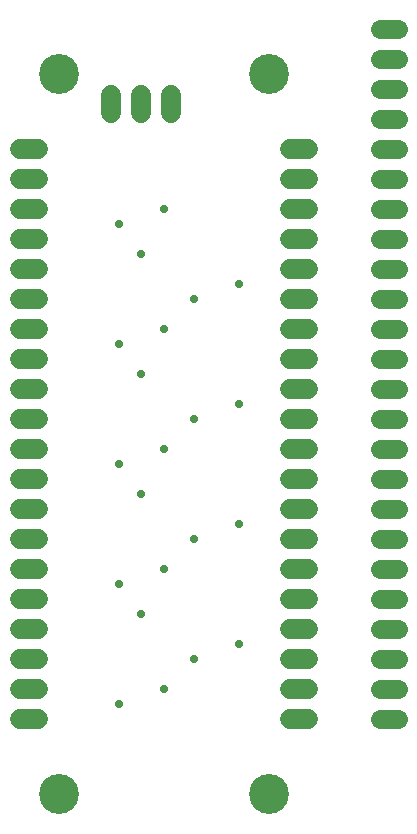
<source format=gbr>
G04 EAGLE Gerber X2 export*
%TF.Part,Single*%
%TF.FileFunction,Soldermask,Bot,1*%
%TF.FilePolarity,Negative*%
%TF.GenerationSoftware,Autodesk,EAGLE,9.1.0*%
%TF.CreationDate,2018-12-11T14:46:23Z*%
G75*
%MOMM*%
%FSLAX34Y34*%
%LPD*%
%AMOC8*
5,1,8,0,0,1.08239X$1,22.5*%
G01*
%ADD10C,3.378200*%
%ADD11C,1.627000*%
%ADD12C,1.651000*%
%ADD13C,0.731000*%


D10*
X177800Y50800D03*
X355600Y50800D03*
X177800Y660400D03*
X355600Y660400D03*
D11*
X449700Y292100D02*
X464700Y292100D01*
X464700Y266700D02*
X449700Y266700D01*
X449700Y241300D02*
X464700Y241300D01*
X464700Y215900D02*
X449700Y215900D01*
X449700Y190500D02*
X464700Y190500D01*
X464700Y165100D02*
X449700Y165100D01*
X449700Y139700D02*
X464700Y139700D01*
X464700Y114300D02*
X449700Y114300D01*
X449700Y495300D02*
X464700Y495300D01*
X464700Y469900D02*
X449700Y469900D01*
X449700Y444500D02*
X464700Y444500D01*
X464700Y419100D02*
X449700Y419100D01*
X449700Y393700D02*
X464700Y393700D01*
X464700Y368300D02*
X449700Y368300D01*
X449700Y342900D02*
X464700Y342900D01*
X464700Y317500D02*
X449700Y317500D01*
X449700Y698500D02*
X464700Y698500D01*
X464700Y673100D02*
X449700Y673100D01*
X449700Y647700D02*
X464700Y647700D01*
X464700Y622300D02*
X449700Y622300D01*
X449700Y596900D02*
X464700Y596900D01*
X464700Y571500D02*
X449700Y571500D01*
X449700Y546100D02*
X464700Y546100D01*
X464700Y520700D02*
X449700Y520700D01*
D12*
X160020Y546100D02*
X144780Y546100D01*
X144780Y571500D02*
X160020Y571500D01*
X160020Y596900D02*
X144780Y596900D01*
X144780Y520700D02*
X160020Y520700D01*
X160020Y495300D02*
X144780Y495300D01*
X144780Y469900D02*
X160020Y469900D01*
X160020Y444500D02*
X144780Y444500D01*
X144780Y419100D02*
X160020Y419100D01*
X160020Y393700D02*
X144780Y393700D01*
X144780Y368300D02*
X160020Y368300D01*
X160020Y342900D02*
X144780Y342900D01*
X144780Y317500D02*
X160020Y317500D01*
X160020Y292100D02*
X144780Y292100D01*
X144780Y266700D02*
X160020Y266700D01*
X160020Y241300D02*
X144780Y241300D01*
X144780Y215900D02*
X160020Y215900D01*
X160020Y190500D02*
X144780Y190500D01*
X144780Y165100D02*
X160020Y165100D01*
X160020Y139700D02*
X144780Y139700D01*
X144780Y114300D02*
X160020Y114300D01*
X373380Y165100D02*
X388620Y165100D01*
X388620Y139700D02*
X373380Y139700D01*
X373380Y114300D02*
X388620Y114300D01*
X388620Y190500D02*
X373380Y190500D01*
X373380Y215900D02*
X388620Y215900D01*
X388620Y241300D02*
X373380Y241300D01*
X373380Y266700D02*
X388620Y266700D01*
X388620Y292100D02*
X373380Y292100D01*
X373380Y317500D02*
X388620Y317500D01*
X388620Y342900D02*
X373380Y342900D01*
X373380Y368300D02*
X388620Y368300D01*
X388620Y393700D02*
X373380Y393700D01*
X373380Y419100D02*
X388620Y419100D01*
X388620Y444500D02*
X373380Y444500D01*
X373380Y469900D02*
X388620Y469900D01*
X388620Y495300D02*
X373380Y495300D01*
X373380Y520700D02*
X388620Y520700D01*
X388620Y546100D02*
X373380Y546100D01*
X373380Y571500D02*
X388620Y571500D01*
X388620Y596900D02*
X373380Y596900D01*
X222250Y627380D02*
X222250Y642620D01*
X247650Y642620D02*
X247650Y627380D01*
X273050Y627380D02*
X273050Y642620D01*
D13*
X247650Y203200D03*
X247650Y304800D03*
X247650Y406400D03*
X247650Y508000D03*
X228600Y127000D03*
X228600Y228600D03*
X228600Y330200D03*
X228600Y431800D03*
X228600Y533400D03*
X266700Y546100D03*
X266700Y444500D03*
X266700Y342900D03*
X266700Y241300D03*
X266700Y139700D03*
X292100Y165100D03*
X292100Y266700D03*
X292100Y368300D03*
X292100Y469900D03*
X330200Y482600D03*
X330200Y381000D03*
X330200Y279400D03*
X330200Y177800D03*
M02*

</source>
